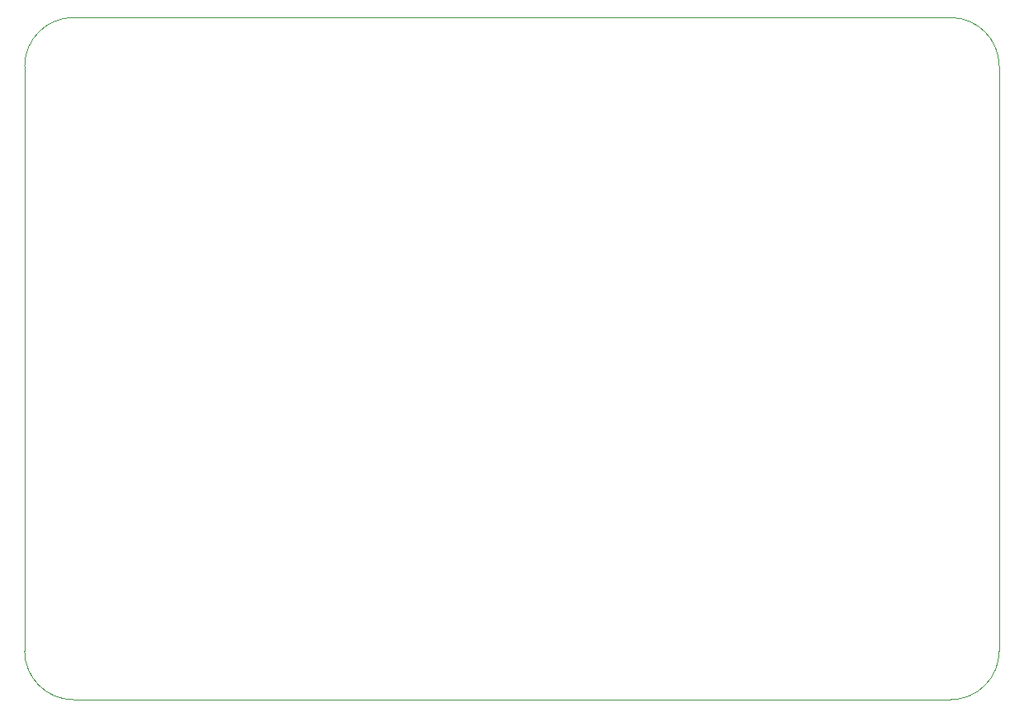
<source format=gbr>
%TF.GenerationSoftware,KiCad,Pcbnew,(5.1.10)-1*%
%TF.CreationDate,2021-10-13T22:05:38-03:00*%
%TF.ProjectId,kicad,6b696361-642e-46b6-9963-61645f706362,rev?*%
%TF.SameCoordinates,Original*%
%TF.FileFunction,Profile,NP*%
%FSLAX46Y46*%
G04 Gerber Fmt 4.6, Leading zero omitted, Abs format (unit mm)*
G04 Created by KiCad (PCBNEW (5.1.10)-1) date 2021-10-13 22:05:38*
%MOMM*%
%LPD*%
G01*
G04 APERTURE LIST*
%TA.AperFunction,Profile*%
%ADD10C,0.050000*%
%TD*%
G04 APERTURE END LIST*
D10*
X100000000Y-70000000D02*
X100000000Y-130000000D01*
X195000000Y-65000000D02*
X105000000Y-65000000D01*
X200000000Y-130000000D02*
X200000000Y-70000000D01*
X105000000Y-135000000D02*
X195000000Y-135000000D01*
X105000000Y-135000000D02*
G75*
G02*
X100000000Y-130000000I0J5000000D01*
G01*
X200000000Y-130000000D02*
G75*
G02*
X195000000Y-135000000I-5000000J0D01*
G01*
X195000000Y-65000000D02*
G75*
G02*
X200000000Y-70000000I0J-5000000D01*
G01*
X100000000Y-70000000D02*
G75*
G02*
X105000000Y-65000000I5000000J0D01*
G01*
M02*

</source>
